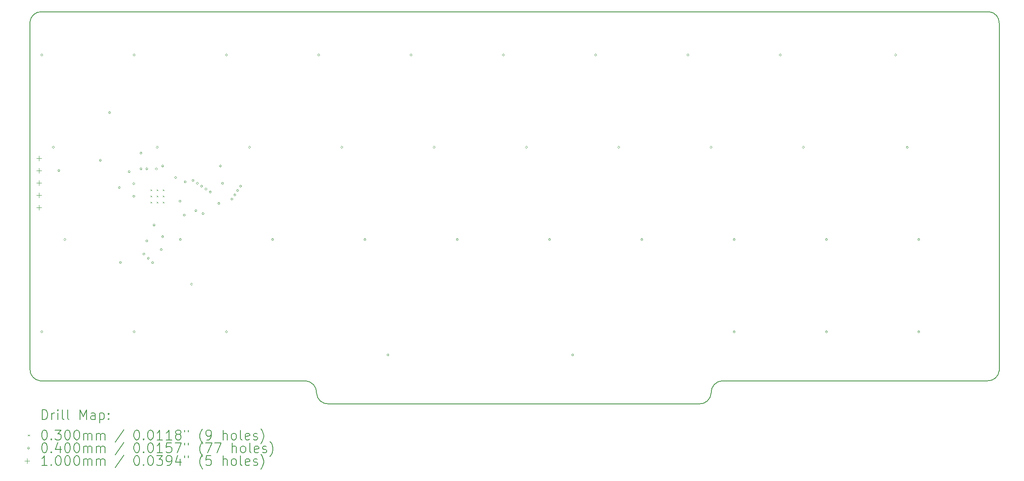
<source format=gbr>
%TF.GenerationSoftware,KiCad,Pcbnew,7.0.6*%
%TF.CreationDate,2023-07-31T23:10:27-04:00*%
%TF.ProjectId,cutiepie2040-hotswap,63757469-6570-4696-9532-3034302d686f,rev?*%
%TF.SameCoordinates,PX2d6b3a0PY6f46b48*%
%TF.FileFunction,Drillmap*%
%TF.FilePolarity,Positive*%
%FSLAX45Y45*%
G04 Gerber Fmt 4.5, Leading zero omitted, Abs format (unit mm)*
G04 Created by KiCad (PCBNEW 7.0.6) date 2023-07-31 23:10:27*
%MOMM*%
%LPD*%
G01*
G04 APERTURE LIST*
%ADD10C,0.200000*%
%ADD11C,0.030000*%
%ADD12C,0.040000*%
%ADD13C,0.100000*%
G04 APERTURE END LIST*
D10*
X239988Y8096281D02*
G75*
G03*
X-12Y7886485I-10890J-229716D01*
G01*
X239988Y8096279D02*
X19794988Y8096279D01*
X5914393Y219057D02*
G75*
G03*
X5683967Y476279I-243825J13398D01*
G01*
X-7Y718779D02*
G75*
G03*
X209988Y476279I231175J-11985D01*
G01*
X6161467Y29D02*
X13809988Y29D01*
X19761467Y476277D02*
G75*
G03*
X20002488Y687593I10532J231097D01*
G01*
X5914394Y219057D02*
G75*
G03*
X6161467Y29I233054J14028D01*
G01*
X14287488Y476282D02*
G75*
G03*
X14057061Y221978I11930J-242358D01*
G01*
X14287488Y476279D02*
X19761467Y476279D01*
X-12Y718779D02*
X-12Y7886485D01*
X209988Y476279D02*
X5683967Y476279D01*
X20002489Y7857758D02*
G75*
G03*
X19794988Y8096279I-227901J11256D01*
G01*
X20002488Y7857758D02*
X20002488Y687593D01*
X13809988Y22D02*
G75*
G03*
X14057061Y221978I12560J234512D01*
G01*
D11*
X2485319Y4428761D02*
X2515319Y4398761D01*
X2515319Y4428761D02*
X2485319Y4398761D01*
X2485319Y4301261D02*
X2515319Y4271261D01*
X2515319Y4301261D02*
X2485319Y4271261D01*
X2485319Y4173761D02*
X2515319Y4143761D01*
X2515319Y4173761D02*
X2485319Y4143761D01*
X2612819Y4428761D02*
X2642819Y4398761D01*
X2642819Y4428761D02*
X2612819Y4398761D01*
X2612819Y4301261D02*
X2642819Y4271261D01*
X2642819Y4301261D02*
X2612819Y4271261D01*
X2612819Y4173761D02*
X2642819Y4143761D01*
X2642819Y4173761D02*
X2612819Y4143761D01*
X2740319Y4428761D02*
X2770319Y4398761D01*
X2770319Y4428761D02*
X2740319Y4398761D01*
X2740319Y4301261D02*
X2770319Y4271261D01*
X2770319Y4301261D02*
X2740319Y4271261D01*
X2740319Y4173761D02*
X2770319Y4143761D01*
X2770319Y4173761D02*
X2740319Y4143761D01*
D12*
X263988Y7203304D02*
G75*
G03*
X263988Y7203304I-20000J0D01*
G01*
X263988Y1488304D02*
G75*
G03*
X263988Y1488304I-20000J0D01*
G01*
X502113Y5298304D02*
G75*
G03*
X502113Y5298304I-20000J0D01*
G01*
X615314Y4817279D02*
G75*
G03*
X615314Y4817279I-20000J0D01*
G01*
X740238Y3393304D02*
G75*
G03*
X740238Y3393304I-20000J0D01*
G01*
X1471816Y5030403D02*
G75*
G03*
X1471816Y5030403I-20000J0D01*
G01*
X1662816Y6012671D02*
G75*
G03*
X1662816Y6012671I-20000J0D01*
G01*
X1865473Y4464855D02*
G75*
G03*
X1865473Y4464855I-20000J0D01*
G01*
X1886708Y2917039D02*
G75*
G03*
X1886708Y2917039I-20000J0D01*
G01*
X2067130Y4792278D02*
G75*
G03*
X2067130Y4792278I-20000J0D01*
G01*
X2163130Y4546261D02*
G75*
G03*
X2163130Y4546261I-20000J0D01*
G01*
X2163130Y4286261D02*
G75*
G03*
X2163130Y4286261I-20000J0D01*
G01*
X2168988Y7203304D02*
G75*
G03*
X2168988Y7203304I-20000J0D01*
G01*
X2168988Y1488304D02*
G75*
G03*
X2168988Y1488304I-20000J0D01*
G01*
X2311959Y5179232D02*
G75*
G03*
X2311959Y5179232I-20000J0D01*
G01*
X2311959Y4851809D02*
G75*
G03*
X2311959Y4851809I-20000J0D01*
G01*
X2371490Y3095633D02*
G75*
G03*
X2371490Y3095633I-20000J0D01*
G01*
X2431022Y4851809D02*
G75*
G03*
X2431022Y4851809I-20000J0D01*
G01*
X2431022Y3363524D02*
G75*
G03*
X2431022Y3363524I-20000J0D01*
G01*
X2460787Y3006336D02*
G75*
G03*
X2460787Y3006336I-20000J0D01*
G01*
X2550085Y2917039D02*
G75*
G03*
X2550085Y2917039I-20000J0D01*
G01*
X2579850Y3690947D02*
G75*
G03*
X2579850Y3690947I-20000J0D01*
G01*
X2627819Y4851809D02*
G75*
G03*
X2627819Y4851809I-20000J0D01*
G01*
X2645238Y5298304D02*
G75*
G03*
X2645238Y5298304I-20000J0D01*
G01*
X2728679Y3184930D02*
G75*
G03*
X2728679Y3184930I-20000J0D01*
G01*
X2758444Y4911341D02*
G75*
G03*
X2758444Y4911341I-20000J0D01*
G01*
X2758444Y3452821D02*
G75*
G03*
X2758444Y3452821I-20000J0D01*
G01*
X3026336Y4673215D02*
G75*
G03*
X3026336Y4673215I-20000J0D01*
G01*
X3115633Y4186261D02*
G75*
G03*
X3115633Y4186261I-20000J0D01*
G01*
X3121488Y3393304D02*
G75*
G03*
X3121488Y3393304I-20000J0D01*
G01*
X3204930Y3899307D02*
G75*
G03*
X3204930Y3899307I-20000J0D01*
G01*
X3223164Y4583918D02*
G75*
G03*
X3223164Y4583918I-20000J0D01*
G01*
X3353758Y2470553D02*
G75*
G03*
X3353758Y2470553I-20000J0D01*
G01*
X3383524Y4613684D02*
G75*
G03*
X3383524Y4613684I-20000J0D01*
G01*
X3443055Y3988604D02*
G75*
G03*
X3443055Y3988604I-20000J0D01*
G01*
X3472821Y4554152D02*
G75*
G03*
X3472821Y4554152I-20000J0D01*
G01*
X3562118Y4494621D02*
G75*
G03*
X3562118Y4494621I-20000J0D01*
G01*
X3591884Y3929072D02*
G75*
G03*
X3591884Y3929072I-20000J0D01*
G01*
X3651415Y4435089D02*
G75*
G03*
X3651415Y4435089I-20000J0D01*
G01*
X3740712Y4375558D02*
G75*
G03*
X3740712Y4375558I-20000J0D01*
G01*
X3919307Y4137432D02*
G75*
G03*
X3919307Y4137432I-20000J0D01*
G01*
X3949072Y4911341D02*
G75*
G03*
X3949072Y4911341I-20000J0D01*
G01*
X3996023Y4554152D02*
G75*
G03*
X3996023Y4554152I-20000J0D01*
G01*
X4073988Y7203304D02*
G75*
G03*
X4073988Y7203304I-20000J0D01*
G01*
X4073988Y1488304D02*
G75*
G03*
X4073988Y1488304I-20000J0D01*
G01*
X4187198Y4226729D02*
G75*
G03*
X4187198Y4226729I-20000J0D01*
G01*
X4246729Y4316027D02*
G75*
G03*
X4246729Y4316027I-20000J0D01*
G01*
X4306261Y4405324D02*
G75*
G03*
X4306261Y4405324I-20000J0D01*
G01*
X4365792Y4494621D02*
G75*
G03*
X4365792Y4494621I-20000J0D01*
G01*
X4550238Y5298304D02*
G75*
G03*
X4550238Y5298304I-20000J0D01*
G01*
X5026488Y3393304D02*
G75*
G03*
X5026488Y3393304I-20000J0D01*
G01*
X5978988Y7203304D02*
G75*
G03*
X5978988Y7203304I-20000J0D01*
G01*
X6455238Y5298304D02*
G75*
G03*
X6455238Y5298304I-20000J0D01*
G01*
X6931488Y3393304D02*
G75*
G03*
X6931488Y3393304I-20000J0D01*
G01*
X7407738Y1012054D02*
G75*
G03*
X7407738Y1012054I-20000J0D01*
G01*
X7883988Y7203304D02*
G75*
G03*
X7883988Y7203304I-20000J0D01*
G01*
X8360238Y5298304D02*
G75*
G03*
X8360238Y5298304I-20000J0D01*
G01*
X8836488Y3393304D02*
G75*
G03*
X8836488Y3393304I-20000J0D01*
G01*
X9788988Y7203304D02*
G75*
G03*
X9788988Y7203304I-20000J0D01*
G01*
X10265238Y5298304D02*
G75*
G03*
X10265238Y5298304I-20000J0D01*
G01*
X10741488Y3393304D02*
G75*
G03*
X10741488Y3393304I-20000J0D01*
G01*
X11217738Y1012054D02*
G75*
G03*
X11217738Y1012054I-20000J0D01*
G01*
X11693988Y7203304D02*
G75*
G03*
X11693988Y7203304I-20000J0D01*
G01*
X12170238Y5298304D02*
G75*
G03*
X12170238Y5298304I-20000J0D01*
G01*
X12646488Y3393304D02*
G75*
G03*
X12646488Y3393304I-20000J0D01*
G01*
X13598988Y7203304D02*
G75*
G03*
X13598988Y7203304I-20000J0D01*
G01*
X14075238Y5298304D02*
G75*
G03*
X14075238Y5298304I-20000J0D01*
G01*
X14551488Y3393304D02*
G75*
G03*
X14551488Y3393304I-20000J0D01*
G01*
X14551488Y1488304D02*
G75*
G03*
X14551488Y1488304I-20000J0D01*
G01*
X15503988Y7203304D02*
G75*
G03*
X15503988Y7203304I-20000J0D01*
G01*
X15980238Y5298304D02*
G75*
G03*
X15980238Y5298304I-20000J0D01*
G01*
X16456488Y3393304D02*
G75*
G03*
X16456488Y3393304I-20000J0D01*
G01*
X16456488Y1488304D02*
G75*
G03*
X16456488Y1488304I-20000J0D01*
G01*
X17885238Y7203304D02*
G75*
G03*
X17885238Y7203304I-20000J0D01*
G01*
X18123363Y5298304D02*
G75*
G03*
X18123363Y5298304I-20000J0D01*
G01*
X18361488Y3393304D02*
G75*
G03*
X18361488Y3393304I-20000J0D01*
G01*
X18361546Y1488278D02*
G75*
G03*
X18361546Y1488278I-20000J0D01*
G01*
D13*
X184988Y5121279D02*
X184988Y5021279D01*
X134988Y5071279D02*
X234988Y5071279D01*
X184988Y4867279D02*
X184988Y4767279D01*
X134988Y4817279D02*
X234988Y4817279D01*
X184988Y4613279D02*
X184988Y4513279D01*
X134988Y4563279D02*
X234988Y4563279D01*
X184988Y4359279D02*
X184988Y4259279D01*
X134988Y4309279D02*
X234988Y4309279D01*
X184988Y4105279D02*
X184988Y4005279D01*
X134988Y4055279D02*
X234988Y4055279D01*
D10*
X250459Y-321876D02*
X250459Y-121876D01*
X250459Y-121876D02*
X298078Y-121876D01*
X298078Y-121876D02*
X326649Y-131399D01*
X326649Y-131399D02*
X345697Y-150447D01*
X345697Y-150447D02*
X355221Y-169495D01*
X355221Y-169495D02*
X364744Y-207590D01*
X364744Y-207590D02*
X364744Y-236161D01*
X364744Y-236161D02*
X355221Y-274257D01*
X355221Y-274257D02*
X345697Y-293304D01*
X345697Y-293304D02*
X326649Y-312352D01*
X326649Y-312352D02*
X298078Y-321876D01*
X298078Y-321876D02*
X250459Y-321876D01*
X450459Y-321876D02*
X450459Y-188542D01*
X450459Y-226637D02*
X459983Y-207590D01*
X459983Y-207590D02*
X469506Y-198066D01*
X469506Y-198066D02*
X488554Y-188542D01*
X488554Y-188542D02*
X507602Y-188542D01*
X574268Y-321876D02*
X574268Y-188542D01*
X574268Y-121876D02*
X564745Y-131399D01*
X564745Y-131399D02*
X574268Y-140923D01*
X574268Y-140923D02*
X583792Y-131399D01*
X583792Y-131399D02*
X574268Y-121876D01*
X574268Y-121876D02*
X574268Y-140923D01*
X698078Y-321876D02*
X679030Y-312352D01*
X679030Y-312352D02*
X669506Y-293304D01*
X669506Y-293304D02*
X669506Y-121876D01*
X802840Y-321876D02*
X783792Y-312352D01*
X783792Y-312352D02*
X774268Y-293304D01*
X774268Y-293304D02*
X774268Y-121876D01*
X1031411Y-321876D02*
X1031411Y-121876D01*
X1031411Y-121876D02*
X1098078Y-264733D01*
X1098078Y-264733D02*
X1164745Y-121876D01*
X1164745Y-121876D02*
X1164745Y-321876D01*
X1345697Y-321876D02*
X1345697Y-217114D01*
X1345697Y-217114D02*
X1336173Y-198066D01*
X1336173Y-198066D02*
X1317126Y-188542D01*
X1317126Y-188542D02*
X1279030Y-188542D01*
X1279030Y-188542D02*
X1259983Y-198066D01*
X1345697Y-312352D02*
X1326649Y-321876D01*
X1326649Y-321876D02*
X1279030Y-321876D01*
X1279030Y-321876D02*
X1259983Y-312352D01*
X1259983Y-312352D02*
X1250459Y-293304D01*
X1250459Y-293304D02*
X1250459Y-274257D01*
X1250459Y-274257D02*
X1259983Y-255209D01*
X1259983Y-255209D02*
X1279030Y-245685D01*
X1279030Y-245685D02*
X1326649Y-245685D01*
X1326649Y-245685D02*
X1345697Y-236161D01*
X1440935Y-188542D02*
X1440935Y-388542D01*
X1440935Y-198066D02*
X1459983Y-188542D01*
X1459983Y-188542D02*
X1498078Y-188542D01*
X1498078Y-188542D02*
X1517125Y-198066D01*
X1517125Y-198066D02*
X1526649Y-207590D01*
X1526649Y-207590D02*
X1536173Y-226637D01*
X1536173Y-226637D02*
X1536173Y-283780D01*
X1536173Y-283780D02*
X1526649Y-302828D01*
X1526649Y-302828D02*
X1517125Y-312352D01*
X1517125Y-312352D02*
X1498078Y-321876D01*
X1498078Y-321876D02*
X1459983Y-321876D01*
X1459983Y-321876D02*
X1440935Y-312352D01*
X1621887Y-302828D02*
X1631411Y-312352D01*
X1631411Y-312352D02*
X1621887Y-321876D01*
X1621887Y-321876D02*
X1612364Y-312352D01*
X1612364Y-312352D02*
X1621887Y-302828D01*
X1621887Y-302828D02*
X1621887Y-321876D01*
X1621887Y-198066D02*
X1631411Y-207590D01*
X1631411Y-207590D02*
X1621887Y-217114D01*
X1621887Y-217114D02*
X1612364Y-207590D01*
X1612364Y-207590D02*
X1621887Y-198066D01*
X1621887Y-198066D02*
X1621887Y-217114D01*
D11*
X-40318Y-635392D02*
X-10318Y-665392D01*
X-10318Y-635392D02*
X-40318Y-665392D01*
D10*
X288554Y-541876D02*
X307602Y-541876D01*
X307602Y-541876D02*
X326649Y-551399D01*
X326649Y-551399D02*
X336173Y-560923D01*
X336173Y-560923D02*
X345697Y-579971D01*
X345697Y-579971D02*
X355221Y-618066D01*
X355221Y-618066D02*
X355221Y-665685D01*
X355221Y-665685D02*
X345697Y-703780D01*
X345697Y-703780D02*
X336173Y-722828D01*
X336173Y-722828D02*
X326649Y-732352D01*
X326649Y-732352D02*
X307602Y-741876D01*
X307602Y-741876D02*
X288554Y-741876D01*
X288554Y-741876D02*
X269506Y-732352D01*
X269506Y-732352D02*
X259983Y-722828D01*
X259983Y-722828D02*
X250459Y-703780D01*
X250459Y-703780D02*
X240935Y-665685D01*
X240935Y-665685D02*
X240935Y-618066D01*
X240935Y-618066D02*
X250459Y-579971D01*
X250459Y-579971D02*
X259983Y-560923D01*
X259983Y-560923D02*
X269506Y-551399D01*
X269506Y-551399D02*
X288554Y-541876D01*
X440935Y-722828D02*
X450459Y-732352D01*
X450459Y-732352D02*
X440935Y-741876D01*
X440935Y-741876D02*
X431411Y-732352D01*
X431411Y-732352D02*
X440935Y-722828D01*
X440935Y-722828D02*
X440935Y-741876D01*
X517125Y-541876D02*
X640935Y-541876D01*
X640935Y-541876D02*
X574268Y-618066D01*
X574268Y-618066D02*
X602840Y-618066D01*
X602840Y-618066D02*
X621887Y-627590D01*
X621887Y-627590D02*
X631411Y-637114D01*
X631411Y-637114D02*
X640935Y-656161D01*
X640935Y-656161D02*
X640935Y-703780D01*
X640935Y-703780D02*
X631411Y-722828D01*
X631411Y-722828D02*
X621887Y-732352D01*
X621887Y-732352D02*
X602840Y-741876D01*
X602840Y-741876D02*
X545697Y-741876D01*
X545697Y-741876D02*
X526649Y-732352D01*
X526649Y-732352D02*
X517125Y-722828D01*
X764744Y-541876D02*
X783792Y-541876D01*
X783792Y-541876D02*
X802840Y-551399D01*
X802840Y-551399D02*
X812364Y-560923D01*
X812364Y-560923D02*
X821887Y-579971D01*
X821887Y-579971D02*
X831411Y-618066D01*
X831411Y-618066D02*
X831411Y-665685D01*
X831411Y-665685D02*
X821887Y-703780D01*
X821887Y-703780D02*
X812364Y-722828D01*
X812364Y-722828D02*
X802840Y-732352D01*
X802840Y-732352D02*
X783792Y-741876D01*
X783792Y-741876D02*
X764744Y-741876D01*
X764744Y-741876D02*
X745697Y-732352D01*
X745697Y-732352D02*
X736173Y-722828D01*
X736173Y-722828D02*
X726649Y-703780D01*
X726649Y-703780D02*
X717125Y-665685D01*
X717125Y-665685D02*
X717125Y-618066D01*
X717125Y-618066D02*
X726649Y-579971D01*
X726649Y-579971D02*
X736173Y-560923D01*
X736173Y-560923D02*
X745697Y-551399D01*
X745697Y-551399D02*
X764744Y-541876D01*
X955221Y-541876D02*
X974268Y-541876D01*
X974268Y-541876D02*
X993316Y-551399D01*
X993316Y-551399D02*
X1002840Y-560923D01*
X1002840Y-560923D02*
X1012364Y-579971D01*
X1012364Y-579971D02*
X1021887Y-618066D01*
X1021887Y-618066D02*
X1021887Y-665685D01*
X1021887Y-665685D02*
X1012364Y-703780D01*
X1012364Y-703780D02*
X1002840Y-722828D01*
X1002840Y-722828D02*
X993316Y-732352D01*
X993316Y-732352D02*
X974268Y-741876D01*
X974268Y-741876D02*
X955221Y-741876D01*
X955221Y-741876D02*
X936173Y-732352D01*
X936173Y-732352D02*
X926649Y-722828D01*
X926649Y-722828D02*
X917125Y-703780D01*
X917125Y-703780D02*
X907602Y-665685D01*
X907602Y-665685D02*
X907602Y-618066D01*
X907602Y-618066D02*
X917125Y-579971D01*
X917125Y-579971D02*
X926649Y-560923D01*
X926649Y-560923D02*
X936173Y-551399D01*
X936173Y-551399D02*
X955221Y-541876D01*
X1107602Y-741876D02*
X1107602Y-608542D01*
X1107602Y-627590D02*
X1117126Y-618066D01*
X1117126Y-618066D02*
X1136173Y-608542D01*
X1136173Y-608542D02*
X1164745Y-608542D01*
X1164745Y-608542D02*
X1183792Y-618066D01*
X1183792Y-618066D02*
X1193316Y-637114D01*
X1193316Y-637114D02*
X1193316Y-741876D01*
X1193316Y-637114D02*
X1202840Y-618066D01*
X1202840Y-618066D02*
X1221887Y-608542D01*
X1221887Y-608542D02*
X1250459Y-608542D01*
X1250459Y-608542D02*
X1269507Y-618066D01*
X1269507Y-618066D02*
X1279030Y-637114D01*
X1279030Y-637114D02*
X1279030Y-741876D01*
X1374268Y-741876D02*
X1374268Y-608542D01*
X1374268Y-627590D02*
X1383792Y-618066D01*
X1383792Y-618066D02*
X1402840Y-608542D01*
X1402840Y-608542D02*
X1431411Y-608542D01*
X1431411Y-608542D02*
X1450459Y-618066D01*
X1450459Y-618066D02*
X1459983Y-637114D01*
X1459983Y-637114D02*
X1459983Y-741876D01*
X1459983Y-637114D02*
X1469506Y-618066D01*
X1469506Y-618066D02*
X1488554Y-608542D01*
X1488554Y-608542D02*
X1517125Y-608542D01*
X1517125Y-608542D02*
X1536173Y-618066D01*
X1536173Y-618066D02*
X1545697Y-637114D01*
X1545697Y-637114D02*
X1545697Y-741876D01*
X1936173Y-532352D02*
X1764745Y-789495D01*
X2193316Y-541876D02*
X2212364Y-541876D01*
X2212364Y-541876D02*
X2231411Y-551399D01*
X2231411Y-551399D02*
X2240935Y-560923D01*
X2240935Y-560923D02*
X2250459Y-579971D01*
X2250459Y-579971D02*
X2259983Y-618066D01*
X2259983Y-618066D02*
X2259983Y-665685D01*
X2259983Y-665685D02*
X2250459Y-703780D01*
X2250459Y-703780D02*
X2240935Y-722828D01*
X2240935Y-722828D02*
X2231411Y-732352D01*
X2231411Y-732352D02*
X2212364Y-741876D01*
X2212364Y-741876D02*
X2193316Y-741876D01*
X2193316Y-741876D02*
X2174269Y-732352D01*
X2174269Y-732352D02*
X2164745Y-722828D01*
X2164745Y-722828D02*
X2155221Y-703780D01*
X2155221Y-703780D02*
X2145697Y-665685D01*
X2145697Y-665685D02*
X2145697Y-618066D01*
X2145697Y-618066D02*
X2155221Y-579971D01*
X2155221Y-579971D02*
X2164745Y-560923D01*
X2164745Y-560923D02*
X2174269Y-551399D01*
X2174269Y-551399D02*
X2193316Y-541876D01*
X2345697Y-722828D02*
X2355221Y-732352D01*
X2355221Y-732352D02*
X2345697Y-741876D01*
X2345697Y-741876D02*
X2336173Y-732352D01*
X2336173Y-732352D02*
X2345697Y-722828D01*
X2345697Y-722828D02*
X2345697Y-741876D01*
X2479030Y-541876D02*
X2498078Y-541876D01*
X2498078Y-541876D02*
X2517126Y-551399D01*
X2517126Y-551399D02*
X2526650Y-560923D01*
X2526650Y-560923D02*
X2536173Y-579971D01*
X2536173Y-579971D02*
X2545697Y-618066D01*
X2545697Y-618066D02*
X2545697Y-665685D01*
X2545697Y-665685D02*
X2536173Y-703780D01*
X2536173Y-703780D02*
X2526650Y-722828D01*
X2526650Y-722828D02*
X2517126Y-732352D01*
X2517126Y-732352D02*
X2498078Y-741876D01*
X2498078Y-741876D02*
X2479030Y-741876D01*
X2479030Y-741876D02*
X2459983Y-732352D01*
X2459983Y-732352D02*
X2450459Y-722828D01*
X2450459Y-722828D02*
X2440935Y-703780D01*
X2440935Y-703780D02*
X2431411Y-665685D01*
X2431411Y-665685D02*
X2431411Y-618066D01*
X2431411Y-618066D02*
X2440935Y-579971D01*
X2440935Y-579971D02*
X2450459Y-560923D01*
X2450459Y-560923D02*
X2459983Y-551399D01*
X2459983Y-551399D02*
X2479030Y-541876D01*
X2736173Y-741876D02*
X2621888Y-741876D01*
X2679030Y-741876D02*
X2679030Y-541876D01*
X2679030Y-541876D02*
X2659983Y-570447D01*
X2659983Y-570447D02*
X2640935Y-589495D01*
X2640935Y-589495D02*
X2621888Y-599018D01*
X2926649Y-741876D02*
X2812364Y-741876D01*
X2869507Y-741876D02*
X2869507Y-541876D01*
X2869507Y-541876D02*
X2850459Y-570447D01*
X2850459Y-570447D02*
X2831411Y-589495D01*
X2831411Y-589495D02*
X2812364Y-599018D01*
X3040935Y-627590D02*
X3021888Y-618066D01*
X3021888Y-618066D02*
X3012364Y-608542D01*
X3012364Y-608542D02*
X3002840Y-589495D01*
X3002840Y-589495D02*
X3002840Y-579971D01*
X3002840Y-579971D02*
X3012364Y-560923D01*
X3012364Y-560923D02*
X3021888Y-551399D01*
X3021888Y-551399D02*
X3040935Y-541876D01*
X3040935Y-541876D02*
X3079030Y-541876D01*
X3079030Y-541876D02*
X3098078Y-551399D01*
X3098078Y-551399D02*
X3107602Y-560923D01*
X3107602Y-560923D02*
X3117126Y-579971D01*
X3117126Y-579971D02*
X3117126Y-589495D01*
X3117126Y-589495D02*
X3107602Y-608542D01*
X3107602Y-608542D02*
X3098078Y-618066D01*
X3098078Y-618066D02*
X3079030Y-627590D01*
X3079030Y-627590D02*
X3040935Y-627590D01*
X3040935Y-627590D02*
X3021888Y-637114D01*
X3021888Y-637114D02*
X3012364Y-646638D01*
X3012364Y-646638D02*
X3002840Y-665685D01*
X3002840Y-665685D02*
X3002840Y-703780D01*
X3002840Y-703780D02*
X3012364Y-722828D01*
X3012364Y-722828D02*
X3021888Y-732352D01*
X3021888Y-732352D02*
X3040935Y-741876D01*
X3040935Y-741876D02*
X3079030Y-741876D01*
X3079030Y-741876D02*
X3098078Y-732352D01*
X3098078Y-732352D02*
X3107602Y-722828D01*
X3107602Y-722828D02*
X3117126Y-703780D01*
X3117126Y-703780D02*
X3117126Y-665685D01*
X3117126Y-665685D02*
X3107602Y-646638D01*
X3107602Y-646638D02*
X3098078Y-637114D01*
X3098078Y-637114D02*
X3079030Y-627590D01*
X3193316Y-541876D02*
X3193316Y-579971D01*
X3269507Y-541876D02*
X3269507Y-579971D01*
X3564745Y-818066D02*
X3555221Y-808542D01*
X3555221Y-808542D02*
X3536173Y-779971D01*
X3536173Y-779971D02*
X3526650Y-760923D01*
X3526650Y-760923D02*
X3517126Y-732352D01*
X3517126Y-732352D02*
X3507602Y-684733D01*
X3507602Y-684733D02*
X3507602Y-646638D01*
X3507602Y-646638D02*
X3517126Y-599018D01*
X3517126Y-599018D02*
X3526650Y-570447D01*
X3526650Y-570447D02*
X3536173Y-551399D01*
X3536173Y-551399D02*
X3555221Y-522828D01*
X3555221Y-522828D02*
X3564745Y-513304D01*
X3650459Y-741876D02*
X3688554Y-741876D01*
X3688554Y-741876D02*
X3707602Y-732352D01*
X3707602Y-732352D02*
X3717126Y-722828D01*
X3717126Y-722828D02*
X3736173Y-694257D01*
X3736173Y-694257D02*
X3745697Y-656161D01*
X3745697Y-656161D02*
X3745697Y-579971D01*
X3745697Y-579971D02*
X3736173Y-560923D01*
X3736173Y-560923D02*
X3726650Y-551399D01*
X3726650Y-551399D02*
X3707602Y-541876D01*
X3707602Y-541876D02*
X3669507Y-541876D01*
X3669507Y-541876D02*
X3650459Y-551399D01*
X3650459Y-551399D02*
X3640935Y-560923D01*
X3640935Y-560923D02*
X3631411Y-579971D01*
X3631411Y-579971D02*
X3631411Y-627590D01*
X3631411Y-627590D02*
X3640935Y-646638D01*
X3640935Y-646638D02*
X3650459Y-656161D01*
X3650459Y-656161D02*
X3669507Y-665685D01*
X3669507Y-665685D02*
X3707602Y-665685D01*
X3707602Y-665685D02*
X3726650Y-656161D01*
X3726650Y-656161D02*
X3736173Y-646638D01*
X3736173Y-646638D02*
X3745697Y-627590D01*
X3983792Y-741876D02*
X3983792Y-541876D01*
X4069507Y-741876D02*
X4069507Y-637114D01*
X4069507Y-637114D02*
X4059983Y-618066D01*
X4059983Y-618066D02*
X4040935Y-608542D01*
X4040935Y-608542D02*
X4012364Y-608542D01*
X4012364Y-608542D02*
X3993316Y-618066D01*
X3993316Y-618066D02*
X3983792Y-627590D01*
X4193316Y-741876D02*
X4174269Y-732352D01*
X4174269Y-732352D02*
X4164745Y-722828D01*
X4164745Y-722828D02*
X4155221Y-703780D01*
X4155221Y-703780D02*
X4155221Y-646638D01*
X4155221Y-646638D02*
X4164745Y-627590D01*
X4164745Y-627590D02*
X4174269Y-618066D01*
X4174269Y-618066D02*
X4193316Y-608542D01*
X4193316Y-608542D02*
X4221888Y-608542D01*
X4221888Y-608542D02*
X4240935Y-618066D01*
X4240935Y-618066D02*
X4250459Y-627590D01*
X4250459Y-627590D02*
X4259983Y-646638D01*
X4259983Y-646638D02*
X4259983Y-703780D01*
X4259983Y-703780D02*
X4250459Y-722828D01*
X4250459Y-722828D02*
X4240935Y-732352D01*
X4240935Y-732352D02*
X4221888Y-741876D01*
X4221888Y-741876D02*
X4193316Y-741876D01*
X4374269Y-741876D02*
X4355221Y-732352D01*
X4355221Y-732352D02*
X4345697Y-713304D01*
X4345697Y-713304D02*
X4345697Y-541876D01*
X4526650Y-732352D02*
X4507602Y-741876D01*
X4507602Y-741876D02*
X4469507Y-741876D01*
X4469507Y-741876D02*
X4450459Y-732352D01*
X4450459Y-732352D02*
X4440935Y-713304D01*
X4440935Y-713304D02*
X4440935Y-637114D01*
X4440935Y-637114D02*
X4450459Y-618066D01*
X4450459Y-618066D02*
X4469507Y-608542D01*
X4469507Y-608542D02*
X4507602Y-608542D01*
X4507602Y-608542D02*
X4526650Y-618066D01*
X4526650Y-618066D02*
X4536174Y-637114D01*
X4536174Y-637114D02*
X4536174Y-656161D01*
X4536174Y-656161D02*
X4440935Y-675209D01*
X4612364Y-732352D02*
X4631412Y-741876D01*
X4631412Y-741876D02*
X4669507Y-741876D01*
X4669507Y-741876D02*
X4688555Y-732352D01*
X4688555Y-732352D02*
X4698078Y-713304D01*
X4698078Y-713304D02*
X4698078Y-703780D01*
X4698078Y-703780D02*
X4688555Y-684733D01*
X4688555Y-684733D02*
X4669507Y-675209D01*
X4669507Y-675209D02*
X4640935Y-675209D01*
X4640935Y-675209D02*
X4621888Y-665685D01*
X4621888Y-665685D02*
X4612364Y-646638D01*
X4612364Y-646638D02*
X4612364Y-637114D01*
X4612364Y-637114D02*
X4621888Y-618066D01*
X4621888Y-618066D02*
X4640935Y-608542D01*
X4640935Y-608542D02*
X4669507Y-608542D01*
X4669507Y-608542D02*
X4688555Y-618066D01*
X4764745Y-818066D02*
X4774269Y-808542D01*
X4774269Y-808542D02*
X4793316Y-779971D01*
X4793316Y-779971D02*
X4802840Y-760923D01*
X4802840Y-760923D02*
X4812364Y-732352D01*
X4812364Y-732352D02*
X4821888Y-684733D01*
X4821888Y-684733D02*
X4821888Y-646638D01*
X4821888Y-646638D02*
X4812364Y-599018D01*
X4812364Y-599018D02*
X4802840Y-570447D01*
X4802840Y-570447D02*
X4793316Y-551399D01*
X4793316Y-551399D02*
X4774269Y-522828D01*
X4774269Y-522828D02*
X4764745Y-513304D01*
D12*
X-10318Y-914392D02*
G75*
G03*
X-10318Y-914392I-20000J0D01*
G01*
D10*
X288554Y-805876D02*
X307602Y-805876D01*
X307602Y-805876D02*
X326649Y-815399D01*
X326649Y-815399D02*
X336173Y-824923D01*
X336173Y-824923D02*
X345697Y-843971D01*
X345697Y-843971D02*
X355221Y-882066D01*
X355221Y-882066D02*
X355221Y-929685D01*
X355221Y-929685D02*
X345697Y-967780D01*
X345697Y-967780D02*
X336173Y-986828D01*
X336173Y-986828D02*
X326649Y-996352D01*
X326649Y-996352D02*
X307602Y-1005876D01*
X307602Y-1005876D02*
X288554Y-1005876D01*
X288554Y-1005876D02*
X269506Y-996352D01*
X269506Y-996352D02*
X259983Y-986828D01*
X259983Y-986828D02*
X250459Y-967780D01*
X250459Y-967780D02*
X240935Y-929685D01*
X240935Y-929685D02*
X240935Y-882066D01*
X240935Y-882066D02*
X250459Y-843971D01*
X250459Y-843971D02*
X259983Y-824923D01*
X259983Y-824923D02*
X269506Y-815399D01*
X269506Y-815399D02*
X288554Y-805876D01*
X440935Y-986828D02*
X450459Y-996352D01*
X450459Y-996352D02*
X440935Y-1005876D01*
X440935Y-1005876D02*
X431411Y-996352D01*
X431411Y-996352D02*
X440935Y-986828D01*
X440935Y-986828D02*
X440935Y-1005876D01*
X621887Y-872542D02*
X621887Y-1005876D01*
X574268Y-796352D02*
X526649Y-939209D01*
X526649Y-939209D02*
X650459Y-939209D01*
X764744Y-805876D02*
X783792Y-805876D01*
X783792Y-805876D02*
X802840Y-815399D01*
X802840Y-815399D02*
X812364Y-824923D01*
X812364Y-824923D02*
X821887Y-843971D01*
X821887Y-843971D02*
X831411Y-882066D01*
X831411Y-882066D02*
X831411Y-929685D01*
X831411Y-929685D02*
X821887Y-967780D01*
X821887Y-967780D02*
X812364Y-986828D01*
X812364Y-986828D02*
X802840Y-996352D01*
X802840Y-996352D02*
X783792Y-1005876D01*
X783792Y-1005876D02*
X764744Y-1005876D01*
X764744Y-1005876D02*
X745697Y-996352D01*
X745697Y-996352D02*
X736173Y-986828D01*
X736173Y-986828D02*
X726649Y-967780D01*
X726649Y-967780D02*
X717125Y-929685D01*
X717125Y-929685D02*
X717125Y-882066D01*
X717125Y-882066D02*
X726649Y-843971D01*
X726649Y-843971D02*
X736173Y-824923D01*
X736173Y-824923D02*
X745697Y-815399D01*
X745697Y-815399D02*
X764744Y-805876D01*
X955221Y-805876D02*
X974268Y-805876D01*
X974268Y-805876D02*
X993316Y-815399D01*
X993316Y-815399D02*
X1002840Y-824923D01*
X1002840Y-824923D02*
X1012364Y-843971D01*
X1012364Y-843971D02*
X1021887Y-882066D01*
X1021887Y-882066D02*
X1021887Y-929685D01*
X1021887Y-929685D02*
X1012364Y-967780D01*
X1012364Y-967780D02*
X1002840Y-986828D01*
X1002840Y-986828D02*
X993316Y-996352D01*
X993316Y-996352D02*
X974268Y-1005876D01*
X974268Y-1005876D02*
X955221Y-1005876D01*
X955221Y-1005876D02*
X936173Y-996352D01*
X936173Y-996352D02*
X926649Y-986828D01*
X926649Y-986828D02*
X917125Y-967780D01*
X917125Y-967780D02*
X907602Y-929685D01*
X907602Y-929685D02*
X907602Y-882066D01*
X907602Y-882066D02*
X917125Y-843971D01*
X917125Y-843971D02*
X926649Y-824923D01*
X926649Y-824923D02*
X936173Y-815399D01*
X936173Y-815399D02*
X955221Y-805876D01*
X1107602Y-1005876D02*
X1107602Y-872542D01*
X1107602Y-891590D02*
X1117126Y-882066D01*
X1117126Y-882066D02*
X1136173Y-872542D01*
X1136173Y-872542D02*
X1164745Y-872542D01*
X1164745Y-872542D02*
X1183792Y-882066D01*
X1183792Y-882066D02*
X1193316Y-901114D01*
X1193316Y-901114D02*
X1193316Y-1005876D01*
X1193316Y-901114D02*
X1202840Y-882066D01*
X1202840Y-882066D02*
X1221887Y-872542D01*
X1221887Y-872542D02*
X1250459Y-872542D01*
X1250459Y-872542D02*
X1269507Y-882066D01*
X1269507Y-882066D02*
X1279030Y-901114D01*
X1279030Y-901114D02*
X1279030Y-1005876D01*
X1374268Y-1005876D02*
X1374268Y-872542D01*
X1374268Y-891590D02*
X1383792Y-882066D01*
X1383792Y-882066D02*
X1402840Y-872542D01*
X1402840Y-872542D02*
X1431411Y-872542D01*
X1431411Y-872542D02*
X1450459Y-882066D01*
X1450459Y-882066D02*
X1459983Y-901114D01*
X1459983Y-901114D02*
X1459983Y-1005876D01*
X1459983Y-901114D02*
X1469506Y-882066D01*
X1469506Y-882066D02*
X1488554Y-872542D01*
X1488554Y-872542D02*
X1517125Y-872542D01*
X1517125Y-872542D02*
X1536173Y-882066D01*
X1536173Y-882066D02*
X1545697Y-901114D01*
X1545697Y-901114D02*
X1545697Y-1005876D01*
X1936173Y-796352D02*
X1764745Y-1053495D01*
X2193316Y-805876D02*
X2212364Y-805876D01*
X2212364Y-805876D02*
X2231411Y-815399D01*
X2231411Y-815399D02*
X2240935Y-824923D01*
X2240935Y-824923D02*
X2250459Y-843971D01*
X2250459Y-843971D02*
X2259983Y-882066D01*
X2259983Y-882066D02*
X2259983Y-929685D01*
X2259983Y-929685D02*
X2250459Y-967780D01*
X2250459Y-967780D02*
X2240935Y-986828D01*
X2240935Y-986828D02*
X2231411Y-996352D01*
X2231411Y-996352D02*
X2212364Y-1005876D01*
X2212364Y-1005876D02*
X2193316Y-1005876D01*
X2193316Y-1005876D02*
X2174269Y-996352D01*
X2174269Y-996352D02*
X2164745Y-986828D01*
X2164745Y-986828D02*
X2155221Y-967780D01*
X2155221Y-967780D02*
X2145697Y-929685D01*
X2145697Y-929685D02*
X2145697Y-882066D01*
X2145697Y-882066D02*
X2155221Y-843971D01*
X2155221Y-843971D02*
X2164745Y-824923D01*
X2164745Y-824923D02*
X2174269Y-815399D01*
X2174269Y-815399D02*
X2193316Y-805876D01*
X2345697Y-986828D02*
X2355221Y-996352D01*
X2355221Y-996352D02*
X2345697Y-1005876D01*
X2345697Y-1005876D02*
X2336173Y-996352D01*
X2336173Y-996352D02*
X2345697Y-986828D01*
X2345697Y-986828D02*
X2345697Y-1005876D01*
X2479030Y-805876D02*
X2498078Y-805876D01*
X2498078Y-805876D02*
X2517126Y-815399D01*
X2517126Y-815399D02*
X2526650Y-824923D01*
X2526650Y-824923D02*
X2536173Y-843971D01*
X2536173Y-843971D02*
X2545697Y-882066D01*
X2545697Y-882066D02*
X2545697Y-929685D01*
X2545697Y-929685D02*
X2536173Y-967780D01*
X2536173Y-967780D02*
X2526650Y-986828D01*
X2526650Y-986828D02*
X2517126Y-996352D01*
X2517126Y-996352D02*
X2498078Y-1005876D01*
X2498078Y-1005876D02*
X2479030Y-1005876D01*
X2479030Y-1005876D02*
X2459983Y-996352D01*
X2459983Y-996352D02*
X2450459Y-986828D01*
X2450459Y-986828D02*
X2440935Y-967780D01*
X2440935Y-967780D02*
X2431411Y-929685D01*
X2431411Y-929685D02*
X2431411Y-882066D01*
X2431411Y-882066D02*
X2440935Y-843971D01*
X2440935Y-843971D02*
X2450459Y-824923D01*
X2450459Y-824923D02*
X2459983Y-815399D01*
X2459983Y-815399D02*
X2479030Y-805876D01*
X2736173Y-1005876D02*
X2621888Y-1005876D01*
X2679030Y-1005876D02*
X2679030Y-805876D01*
X2679030Y-805876D02*
X2659983Y-834447D01*
X2659983Y-834447D02*
X2640935Y-853495D01*
X2640935Y-853495D02*
X2621888Y-863018D01*
X2917126Y-805876D02*
X2821888Y-805876D01*
X2821888Y-805876D02*
X2812364Y-901114D01*
X2812364Y-901114D02*
X2821888Y-891590D01*
X2821888Y-891590D02*
X2840935Y-882066D01*
X2840935Y-882066D02*
X2888554Y-882066D01*
X2888554Y-882066D02*
X2907602Y-891590D01*
X2907602Y-891590D02*
X2917126Y-901114D01*
X2917126Y-901114D02*
X2926649Y-920161D01*
X2926649Y-920161D02*
X2926649Y-967780D01*
X2926649Y-967780D02*
X2917126Y-986828D01*
X2917126Y-986828D02*
X2907602Y-996352D01*
X2907602Y-996352D02*
X2888554Y-1005876D01*
X2888554Y-1005876D02*
X2840935Y-1005876D01*
X2840935Y-1005876D02*
X2821888Y-996352D01*
X2821888Y-996352D02*
X2812364Y-986828D01*
X2993316Y-805876D02*
X3126649Y-805876D01*
X3126649Y-805876D02*
X3040935Y-1005876D01*
X3193316Y-805876D02*
X3193316Y-843971D01*
X3269507Y-805876D02*
X3269507Y-843971D01*
X3564745Y-1082066D02*
X3555221Y-1072542D01*
X3555221Y-1072542D02*
X3536173Y-1043971D01*
X3536173Y-1043971D02*
X3526650Y-1024923D01*
X3526650Y-1024923D02*
X3517126Y-996352D01*
X3517126Y-996352D02*
X3507602Y-948733D01*
X3507602Y-948733D02*
X3507602Y-910637D01*
X3507602Y-910637D02*
X3517126Y-863018D01*
X3517126Y-863018D02*
X3526650Y-834447D01*
X3526650Y-834447D02*
X3536173Y-815399D01*
X3536173Y-815399D02*
X3555221Y-786828D01*
X3555221Y-786828D02*
X3564745Y-777304D01*
X3621888Y-805876D02*
X3755221Y-805876D01*
X3755221Y-805876D02*
X3669507Y-1005876D01*
X3812364Y-805876D02*
X3945697Y-805876D01*
X3945697Y-805876D02*
X3859983Y-1005876D01*
X4174269Y-1005876D02*
X4174269Y-805876D01*
X4259983Y-1005876D02*
X4259983Y-901114D01*
X4259983Y-901114D02*
X4250459Y-882066D01*
X4250459Y-882066D02*
X4231412Y-872542D01*
X4231412Y-872542D02*
X4202840Y-872542D01*
X4202840Y-872542D02*
X4183792Y-882066D01*
X4183792Y-882066D02*
X4174269Y-891590D01*
X4383793Y-1005876D02*
X4364745Y-996352D01*
X4364745Y-996352D02*
X4355221Y-986828D01*
X4355221Y-986828D02*
X4345697Y-967780D01*
X4345697Y-967780D02*
X4345697Y-910637D01*
X4345697Y-910637D02*
X4355221Y-891590D01*
X4355221Y-891590D02*
X4364745Y-882066D01*
X4364745Y-882066D02*
X4383793Y-872542D01*
X4383793Y-872542D02*
X4412364Y-872542D01*
X4412364Y-872542D02*
X4431412Y-882066D01*
X4431412Y-882066D02*
X4440935Y-891590D01*
X4440935Y-891590D02*
X4450459Y-910637D01*
X4450459Y-910637D02*
X4450459Y-967780D01*
X4450459Y-967780D02*
X4440935Y-986828D01*
X4440935Y-986828D02*
X4431412Y-996352D01*
X4431412Y-996352D02*
X4412364Y-1005876D01*
X4412364Y-1005876D02*
X4383793Y-1005876D01*
X4564745Y-1005876D02*
X4545697Y-996352D01*
X4545697Y-996352D02*
X4536174Y-977304D01*
X4536174Y-977304D02*
X4536174Y-805876D01*
X4717126Y-996352D02*
X4698078Y-1005876D01*
X4698078Y-1005876D02*
X4659983Y-1005876D01*
X4659983Y-1005876D02*
X4640935Y-996352D01*
X4640935Y-996352D02*
X4631412Y-977304D01*
X4631412Y-977304D02*
X4631412Y-901114D01*
X4631412Y-901114D02*
X4640935Y-882066D01*
X4640935Y-882066D02*
X4659983Y-872542D01*
X4659983Y-872542D02*
X4698078Y-872542D01*
X4698078Y-872542D02*
X4717126Y-882066D01*
X4717126Y-882066D02*
X4726650Y-901114D01*
X4726650Y-901114D02*
X4726650Y-920161D01*
X4726650Y-920161D02*
X4631412Y-939209D01*
X4802840Y-996352D02*
X4821888Y-1005876D01*
X4821888Y-1005876D02*
X4859983Y-1005876D01*
X4859983Y-1005876D02*
X4879031Y-996352D01*
X4879031Y-996352D02*
X4888555Y-977304D01*
X4888555Y-977304D02*
X4888555Y-967780D01*
X4888555Y-967780D02*
X4879031Y-948733D01*
X4879031Y-948733D02*
X4859983Y-939209D01*
X4859983Y-939209D02*
X4831412Y-939209D01*
X4831412Y-939209D02*
X4812364Y-929685D01*
X4812364Y-929685D02*
X4802840Y-910637D01*
X4802840Y-910637D02*
X4802840Y-901114D01*
X4802840Y-901114D02*
X4812364Y-882066D01*
X4812364Y-882066D02*
X4831412Y-872542D01*
X4831412Y-872542D02*
X4859983Y-872542D01*
X4859983Y-872542D02*
X4879031Y-882066D01*
X4955221Y-1082066D02*
X4964745Y-1072542D01*
X4964745Y-1072542D02*
X4983793Y-1043971D01*
X4983793Y-1043971D02*
X4993316Y-1024923D01*
X4993316Y-1024923D02*
X5002840Y-996352D01*
X5002840Y-996352D02*
X5012364Y-948733D01*
X5012364Y-948733D02*
X5012364Y-910637D01*
X5012364Y-910637D02*
X5002840Y-863018D01*
X5002840Y-863018D02*
X4993316Y-834447D01*
X4993316Y-834447D02*
X4983793Y-815399D01*
X4983793Y-815399D02*
X4964745Y-786828D01*
X4964745Y-786828D02*
X4955221Y-777304D01*
D13*
X-60318Y-1128392D02*
X-60318Y-1228392D01*
X-110318Y-1178392D02*
X-10318Y-1178392D01*
D10*
X355221Y-1269876D02*
X240935Y-1269876D01*
X298078Y-1269876D02*
X298078Y-1069876D01*
X298078Y-1069876D02*
X279030Y-1098447D01*
X279030Y-1098447D02*
X259983Y-1117495D01*
X259983Y-1117495D02*
X240935Y-1127018D01*
X440935Y-1250828D02*
X450459Y-1260352D01*
X450459Y-1260352D02*
X440935Y-1269876D01*
X440935Y-1269876D02*
X431411Y-1260352D01*
X431411Y-1260352D02*
X440935Y-1250828D01*
X440935Y-1250828D02*
X440935Y-1269876D01*
X574268Y-1069876D02*
X593316Y-1069876D01*
X593316Y-1069876D02*
X612364Y-1079399D01*
X612364Y-1079399D02*
X621887Y-1088923D01*
X621887Y-1088923D02*
X631411Y-1107971D01*
X631411Y-1107971D02*
X640935Y-1146066D01*
X640935Y-1146066D02*
X640935Y-1193685D01*
X640935Y-1193685D02*
X631411Y-1231780D01*
X631411Y-1231780D02*
X621887Y-1250828D01*
X621887Y-1250828D02*
X612364Y-1260352D01*
X612364Y-1260352D02*
X593316Y-1269876D01*
X593316Y-1269876D02*
X574268Y-1269876D01*
X574268Y-1269876D02*
X555221Y-1260352D01*
X555221Y-1260352D02*
X545697Y-1250828D01*
X545697Y-1250828D02*
X536173Y-1231780D01*
X536173Y-1231780D02*
X526649Y-1193685D01*
X526649Y-1193685D02*
X526649Y-1146066D01*
X526649Y-1146066D02*
X536173Y-1107971D01*
X536173Y-1107971D02*
X545697Y-1088923D01*
X545697Y-1088923D02*
X555221Y-1079399D01*
X555221Y-1079399D02*
X574268Y-1069876D01*
X764744Y-1069876D02*
X783792Y-1069876D01*
X783792Y-1069876D02*
X802840Y-1079399D01*
X802840Y-1079399D02*
X812364Y-1088923D01*
X812364Y-1088923D02*
X821887Y-1107971D01*
X821887Y-1107971D02*
X831411Y-1146066D01*
X831411Y-1146066D02*
X831411Y-1193685D01*
X831411Y-1193685D02*
X821887Y-1231780D01*
X821887Y-1231780D02*
X812364Y-1250828D01*
X812364Y-1250828D02*
X802840Y-1260352D01*
X802840Y-1260352D02*
X783792Y-1269876D01*
X783792Y-1269876D02*
X764744Y-1269876D01*
X764744Y-1269876D02*
X745697Y-1260352D01*
X745697Y-1260352D02*
X736173Y-1250828D01*
X736173Y-1250828D02*
X726649Y-1231780D01*
X726649Y-1231780D02*
X717125Y-1193685D01*
X717125Y-1193685D02*
X717125Y-1146066D01*
X717125Y-1146066D02*
X726649Y-1107971D01*
X726649Y-1107971D02*
X736173Y-1088923D01*
X736173Y-1088923D02*
X745697Y-1079399D01*
X745697Y-1079399D02*
X764744Y-1069876D01*
X955221Y-1069876D02*
X974268Y-1069876D01*
X974268Y-1069876D02*
X993316Y-1079399D01*
X993316Y-1079399D02*
X1002840Y-1088923D01*
X1002840Y-1088923D02*
X1012364Y-1107971D01*
X1012364Y-1107971D02*
X1021887Y-1146066D01*
X1021887Y-1146066D02*
X1021887Y-1193685D01*
X1021887Y-1193685D02*
X1012364Y-1231780D01*
X1012364Y-1231780D02*
X1002840Y-1250828D01*
X1002840Y-1250828D02*
X993316Y-1260352D01*
X993316Y-1260352D02*
X974268Y-1269876D01*
X974268Y-1269876D02*
X955221Y-1269876D01*
X955221Y-1269876D02*
X936173Y-1260352D01*
X936173Y-1260352D02*
X926649Y-1250828D01*
X926649Y-1250828D02*
X917125Y-1231780D01*
X917125Y-1231780D02*
X907602Y-1193685D01*
X907602Y-1193685D02*
X907602Y-1146066D01*
X907602Y-1146066D02*
X917125Y-1107971D01*
X917125Y-1107971D02*
X926649Y-1088923D01*
X926649Y-1088923D02*
X936173Y-1079399D01*
X936173Y-1079399D02*
X955221Y-1069876D01*
X1107602Y-1269876D02*
X1107602Y-1136542D01*
X1107602Y-1155590D02*
X1117126Y-1146066D01*
X1117126Y-1146066D02*
X1136173Y-1136542D01*
X1136173Y-1136542D02*
X1164745Y-1136542D01*
X1164745Y-1136542D02*
X1183792Y-1146066D01*
X1183792Y-1146066D02*
X1193316Y-1165114D01*
X1193316Y-1165114D02*
X1193316Y-1269876D01*
X1193316Y-1165114D02*
X1202840Y-1146066D01*
X1202840Y-1146066D02*
X1221887Y-1136542D01*
X1221887Y-1136542D02*
X1250459Y-1136542D01*
X1250459Y-1136542D02*
X1269507Y-1146066D01*
X1269507Y-1146066D02*
X1279030Y-1165114D01*
X1279030Y-1165114D02*
X1279030Y-1269876D01*
X1374268Y-1269876D02*
X1374268Y-1136542D01*
X1374268Y-1155590D02*
X1383792Y-1146066D01*
X1383792Y-1146066D02*
X1402840Y-1136542D01*
X1402840Y-1136542D02*
X1431411Y-1136542D01*
X1431411Y-1136542D02*
X1450459Y-1146066D01*
X1450459Y-1146066D02*
X1459983Y-1165114D01*
X1459983Y-1165114D02*
X1459983Y-1269876D01*
X1459983Y-1165114D02*
X1469506Y-1146066D01*
X1469506Y-1146066D02*
X1488554Y-1136542D01*
X1488554Y-1136542D02*
X1517125Y-1136542D01*
X1517125Y-1136542D02*
X1536173Y-1146066D01*
X1536173Y-1146066D02*
X1545697Y-1165114D01*
X1545697Y-1165114D02*
X1545697Y-1269876D01*
X1936173Y-1060352D02*
X1764745Y-1317495D01*
X2193316Y-1069876D02*
X2212364Y-1069876D01*
X2212364Y-1069876D02*
X2231411Y-1079399D01*
X2231411Y-1079399D02*
X2240935Y-1088923D01*
X2240935Y-1088923D02*
X2250459Y-1107971D01*
X2250459Y-1107971D02*
X2259983Y-1146066D01*
X2259983Y-1146066D02*
X2259983Y-1193685D01*
X2259983Y-1193685D02*
X2250459Y-1231780D01*
X2250459Y-1231780D02*
X2240935Y-1250828D01*
X2240935Y-1250828D02*
X2231411Y-1260352D01*
X2231411Y-1260352D02*
X2212364Y-1269876D01*
X2212364Y-1269876D02*
X2193316Y-1269876D01*
X2193316Y-1269876D02*
X2174269Y-1260352D01*
X2174269Y-1260352D02*
X2164745Y-1250828D01*
X2164745Y-1250828D02*
X2155221Y-1231780D01*
X2155221Y-1231780D02*
X2145697Y-1193685D01*
X2145697Y-1193685D02*
X2145697Y-1146066D01*
X2145697Y-1146066D02*
X2155221Y-1107971D01*
X2155221Y-1107971D02*
X2164745Y-1088923D01*
X2164745Y-1088923D02*
X2174269Y-1079399D01*
X2174269Y-1079399D02*
X2193316Y-1069876D01*
X2345697Y-1250828D02*
X2355221Y-1260352D01*
X2355221Y-1260352D02*
X2345697Y-1269876D01*
X2345697Y-1269876D02*
X2336173Y-1260352D01*
X2336173Y-1260352D02*
X2345697Y-1250828D01*
X2345697Y-1250828D02*
X2345697Y-1269876D01*
X2479030Y-1069876D02*
X2498078Y-1069876D01*
X2498078Y-1069876D02*
X2517126Y-1079399D01*
X2517126Y-1079399D02*
X2526650Y-1088923D01*
X2526650Y-1088923D02*
X2536173Y-1107971D01*
X2536173Y-1107971D02*
X2545697Y-1146066D01*
X2545697Y-1146066D02*
X2545697Y-1193685D01*
X2545697Y-1193685D02*
X2536173Y-1231780D01*
X2536173Y-1231780D02*
X2526650Y-1250828D01*
X2526650Y-1250828D02*
X2517126Y-1260352D01*
X2517126Y-1260352D02*
X2498078Y-1269876D01*
X2498078Y-1269876D02*
X2479030Y-1269876D01*
X2479030Y-1269876D02*
X2459983Y-1260352D01*
X2459983Y-1260352D02*
X2450459Y-1250828D01*
X2450459Y-1250828D02*
X2440935Y-1231780D01*
X2440935Y-1231780D02*
X2431411Y-1193685D01*
X2431411Y-1193685D02*
X2431411Y-1146066D01*
X2431411Y-1146066D02*
X2440935Y-1107971D01*
X2440935Y-1107971D02*
X2450459Y-1088923D01*
X2450459Y-1088923D02*
X2459983Y-1079399D01*
X2459983Y-1079399D02*
X2479030Y-1069876D01*
X2612364Y-1069876D02*
X2736173Y-1069876D01*
X2736173Y-1069876D02*
X2669507Y-1146066D01*
X2669507Y-1146066D02*
X2698078Y-1146066D01*
X2698078Y-1146066D02*
X2717126Y-1155590D01*
X2717126Y-1155590D02*
X2726650Y-1165114D01*
X2726650Y-1165114D02*
X2736173Y-1184161D01*
X2736173Y-1184161D02*
X2736173Y-1231780D01*
X2736173Y-1231780D02*
X2726650Y-1250828D01*
X2726650Y-1250828D02*
X2717126Y-1260352D01*
X2717126Y-1260352D02*
X2698078Y-1269876D01*
X2698078Y-1269876D02*
X2640935Y-1269876D01*
X2640935Y-1269876D02*
X2621888Y-1260352D01*
X2621888Y-1260352D02*
X2612364Y-1250828D01*
X2831411Y-1269876D02*
X2869507Y-1269876D01*
X2869507Y-1269876D02*
X2888554Y-1260352D01*
X2888554Y-1260352D02*
X2898078Y-1250828D01*
X2898078Y-1250828D02*
X2917126Y-1222257D01*
X2917126Y-1222257D02*
X2926649Y-1184161D01*
X2926649Y-1184161D02*
X2926649Y-1107971D01*
X2926649Y-1107971D02*
X2917126Y-1088923D01*
X2917126Y-1088923D02*
X2907602Y-1079399D01*
X2907602Y-1079399D02*
X2888554Y-1069876D01*
X2888554Y-1069876D02*
X2850459Y-1069876D01*
X2850459Y-1069876D02*
X2831411Y-1079399D01*
X2831411Y-1079399D02*
X2821888Y-1088923D01*
X2821888Y-1088923D02*
X2812364Y-1107971D01*
X2812364Y-1107971D02*
X2812364Y-1155590D01*
X2812364Y-1155590D02*
X2821888Y-1174638D01*
X2821888Y-1174638D02*
X2831411Y-1184161D01*
X2831411Y-1184161D02*
X2850459Y-1193685D01*
X2850459Y-1193685D02*
X2888554Y-1193685D01*
X2888554Y-1193685D02*
X2907602Y-1184161D01*
X2907602Y-1184161D02*
X2917126Y-1174638D01*
X2917126Y-1174638D02*
X2926649Y-1155590D01*
X3098078Y-1136542D02*
X3098078Y-1269876D01*
X3050459Y-1060352D02*
X3002840Y-1203209D01*
X3002840Y-1203209D02*
X3126649Y-1203209D01*
X3193316Y-1069876D02*
X3193316Y-1107971D01*
X3269507Y-1069876D02*
X3269507Y-1107971D01*
X3564745Y-1346066D02*
X3555221Y-1336542D01*
X3555221Y-1336542D02*
X3536173Y-1307971D01*
X3536173Y-1307971D02*
X3526650Y-1288923D01*
X3526650Y-1288923D02*
X3517126Y-1260352D01*
X3517126Y-1260352D02*
X3507602Y-1212733D01*
X3507602Y-1212733D02*
X3507602Y-1174638D01*
X3507602Y-1174638D02*
X3517126Y-1127018D01*
X3517126Y-1127018D02*
X3526650Y-1098447D01*
X3526650Y-1098447D02*
X3536173Y-1079399D01*
X3536173Y-1079399D02*
X3555221Y-1050828D01*
X3555221Y-1050828D02*
X3564745Y-1041304D01*
X3736173Y-1069876D02*
X3640935Y-1069876D01*
X3640935Y-1069876D02*
X3631411Y-1165114D01*
X3631411Y-1165114D02*
X3640935Y-1155590D01*
X3640935Y-1155590D02*
X3659983Y-1146066D01*
X3659983Y-1146066D02*
X3707602Y-1146066D01*
X3707602Y-1146066D02*
X3726650Y-1155590D01*
X3726650Y-1155590D02*
X3736173Y-1165114D01*
X3736173Y-1165114D02*
X3745697Y-1184161D01*
X3745697Y-1184161D02*
X3745697Y-1231780D01*
X3745697Y-1231780D02*
X3736173Y-1250828D01*
X3736173Y-1250828D02*
X3726650Y-1260352D01*
X3726650Y-1260352D02*
X3707602Y-1269876D01*
X3707602Y-1269876D02*
X3659983Y-1269876D01*
X3659983Y-1269876D02*
X3640935Y-1260352D01*
X3640935Y-1260352D02*
X3631411Y-1250828D01*
X3983792Y-1269876D02*
X3983792Y-1069876D01*
X4069507Y-1269876D02*
X4069507Y-1165114D01*
X4069507Y-1165114D02*
X4059983Y-1146066D01*
X4059983Y-1146066D02*
X4040935Y-1136542D01*
X4040935Y-1136542D02*
X4012364Y-1136542D01*
X4012364Y-1136542D02*
X3993316Y-1146066D01*
X3993316Y-1146066D02*
X3983792Y-1155590D01*
X4193316Y-1269876D02*
X4174269Y-1260352D01*
X4174269Y-1260352D02*
X4164745Y-1250828D01*
X4164745Y-1250828D02*
X4155221Y-1231780D01*
X4155221Y-1231780D02*
X4155221Y-1174638D01*
X4155221Y-1174638D02*
X4164745Y-1155590D01*
X4164745Y-1155590D02*
X4174269Y-1146066D01*
X4174269Y-1146066D02*
X4193316Y-1136542D01*
X4193316Y-1136542D02*
X4221888Y-1136542D01*
X4221888Y-1136542D02*
X4240935Y-1146066D01*
X4240935Y-1146066D02*
X4250459Y-1155590D01*
X4250459Y-1155590D02*
X4259983Y-1174638D01*
X4259983Y-1174638D02*
X4259983Y-1231780D01*
X4259983Y-1231780D02*
X4250459Y-1250828D01*
X4250459Y-1250828D02*
X4240935Y-1260352D01*
X4240935Y-1260352D02*
X4221888Y-1269876D01*
X4221888Y-1269876D02*
X4193316Y-1269876D01*
X4374269Y-1269876D02*
X4355221Y-1260352D01*
X4355221Y-1260352D02*
X4345697Y-1241304D01*
X4345697Y-1241304D02*
X4345697Y-1069876D01*
X4526650Y-1260352D02*
X4507602Y-1269876D01*
X4507602Y-1269876D02*
X4469507Y-1269876D01*
X4469507Y-1269876D02*
X4450459Y-1260352D01*
X4450459Y-1260352D02*
X4440935Y-1241304D01*
X4440935Y-1241304D02*
X4440935Y-1165114D01*
X4440935Y-1165114D02*
X4450459Y-1146066D01*
X4450459Y-1146066D02*
X4469507Y-1136542D01*
X4469507Y-1136542D02*
X4507602Y-1136542D01*
X4507602Y-1136542D02*
X4526650Y-1146066D01*
X4526650Y-1146066D02*
X4536174Y-1165114D01*
X4536174Y-1165114D02*
X4536174Y-1184161D01*
X4536174Y-1184161D02*
X4440935Y-1203209D01*
X4612364Y-1260352D02*
X4631412Y-1269876D01*
X4631412Y-1269876D02*
X4669507Y-1269876D01*
X4669507Y-1269876D02*
X4688555Y-1260352D01*
X4688555Y-1260352D02*
X4698078Y-1241304D01*
X4698078Y-1241304D02*
X4698078Y-1231780D01*
X4698078Y-1231780D02*
X4688555Y-1212733D01*
X4688555Y-1212733D02*
X4669507Y-1203209D01*
X4669507Y-1203209D02*
X4640935Y-1203209D01*
X4640935Y-1203209D02*
X4621888Y-1193685D01*
X4621888Y-1193685D02*
X4612364Y-1174638D01*
X4612364Y-1174638D02*
X4612364Y-1165114D01*
X4612364Y-1165114D02*
X4621888Y-1146066D01*
X4621888Y-1146066D02*
X4640935Y-1136542D01*
X4640935Y-1136542D02*
X4669507Y-1136542D01*
X4669507Y-1136542D02*
X4688555Y-1146066D01*
X4764745Y-1346066D02*
X4774269Y-1336542D01*
X4774269Y-1336542D02*
X4793316Y-1307971D01*
X4793316Y-1307971D02*
X4802840Y-1288923D01*
X4802840Y-1288923D02*
X4812364Y-1260352D01*
X4812364Y-1260352D02*
X4821888Y-1212733D01*
X4821888Y-1212733D02*
X4821888Y-1174638D01*
X4821888Y-1174638D02*
X4812364Y-1127018D01*
X4812364Y-1127018D02*
X4802840Y-1098447D01*
X4802840Y-1098447D02*
X4793316Y-1079399D01*
X4793316Y-1079399D02*
X4774269Y-1050828D01*
X4774269Y-1050828D02*
X4764745Y-1041304D01*
M02*

</source>
